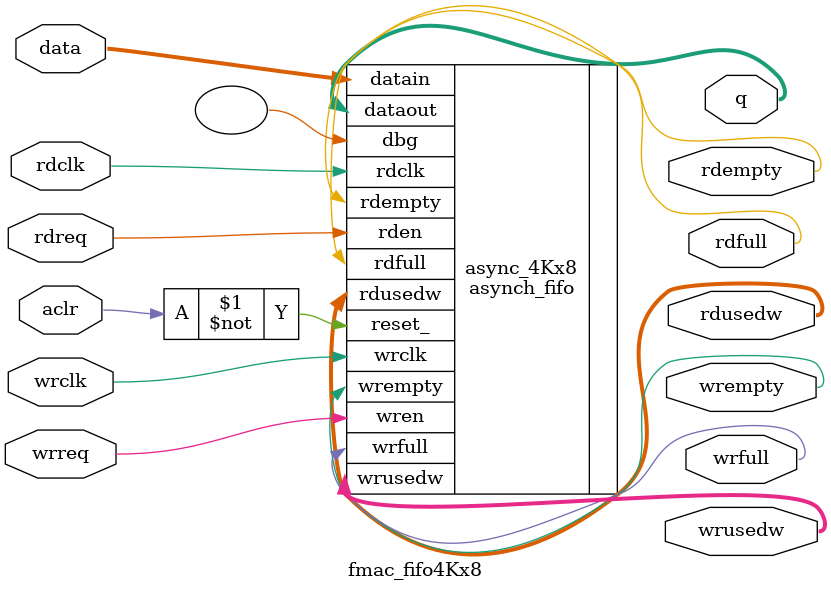
<source format=v>


`timescale 1ns / 1ns


module fmac_fifo4Kx8

(
			 aclr,

			wrclk,    	   // i,Clk for writing data    
			wrreq,    	   // i,request to write 
			data,     	   // i,Data coming in 
			wrfull,   	   // o,indicates fifo is full or not (To avoid overiding)
		    wrempty,       // o,indicates fifo is empty or not (to avoid underflow)                                                            
            wrusedw,  	   // o,number of slots currently in use for writting

		    rdclk,    	    // i,Clk for reading data 
			rdreq,    		// i,Request to read from FIFO
			q, 	    		// o,Data coming out
			rdempty,  		 // o,indicates fifo is empty or not (to avoid underflow) 
			rdusedw,  		  //o, number of slots currently in use for reading
			rdfull    		 // o,indicates fifo is full or not (To avoid overiding)
			
);


	parameter WIDTH = 8,
			  DEPTH = 4096,
			  PTR	= 12;
			  
			  
			input wire 				    aclr;

			input  wire 				wrclk;  	   // Clk for writing data 
			input  wire 				wrreq;  	   // request to write 
			input  wire [WIDTH-1 : 0]	data;         // Data coming in            
			output wire					wrfull; 	   // indicates fifo is full or not (To avoid overiding)
			output wire 			    wrempty;       // indicates fifo is empty or not (to avoid underflow)                        
			output wire	[PTR : 0]		wrusedw;	  // number of slots currently in use for writting

		    input  wire 				rdclk;  	  // Clk for reading data 
			input  wire 				rdreq;  	  // Request to read from FIFO  
			output wire [WIDTH-1 : 0]	q; 	    	  // Data coming out  
			output wire 				rdempty;	   // indicates fifo is empty or not (to avoid underflow)
			output wire [PTR : 0] 	rdusedw;    	    // number of slots currently in use for reading
			output wire 				rdfull; 		 // indicates fifo is full or not (To avoid overiding)


			asynch_fifo 	#(.WIDTH (8),		
					  		  .DEPTH (4096),
					 		  .PTR	 (12) )		
 											
    async_4Kx8 (
			.reset_	(~aclr),
			
			.wrclk	(wrclk),		  // Clk to write data
			.wren	(wrreq),		 	// write enable
			.datain	(data),			   // write data
			.wrfull	(wrfull),		 // indicates fifo is full or not (To avoid overiding)
			.wrempty(wrempty),		  // indicates fifo is empty or not (to avoid underflow)
			.wrusedw(wrusedw),		  // wrusedw -number of locations filled in fifo


			.rdclk	(rdclk),			// i-1, Clk to read data
			.rden	(rdreq),			// i-1, read enable of data FIFO
			.dataout(q),				// Dataout of data FIFO
			.rdfull	(rdfull),			// indicates fifo is full or not (To avoid overiding) (Not used)
			.rdempty(rdempty),			// indicates fifo is empty or not (to avoid underflow)
			.rdusedw(rdusedw),		   // rdusedw -number of locations filled in fifo (not used )

			.dbg()

		 );
endmodule
</source>
